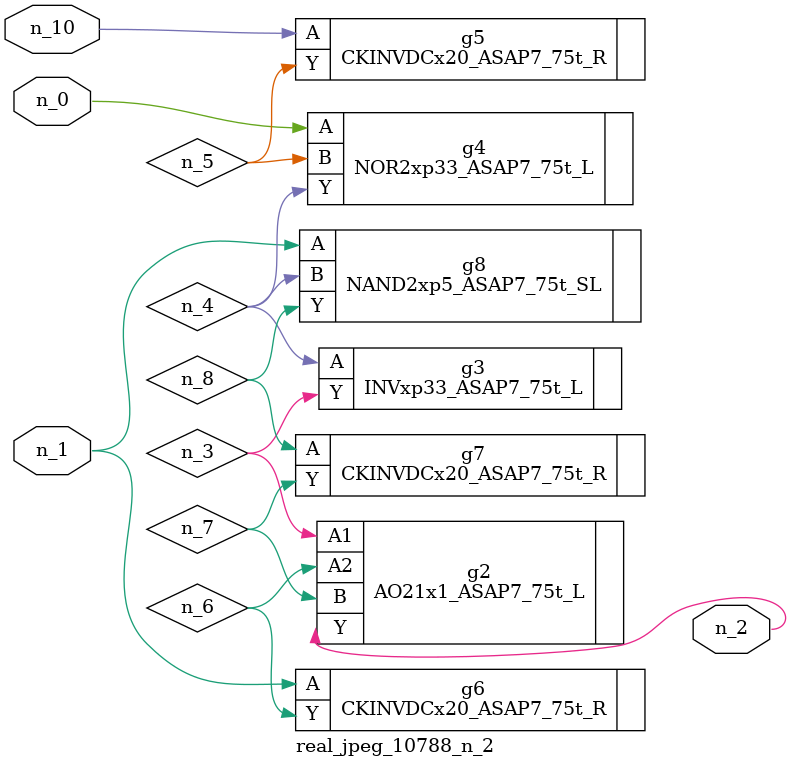
<source format=v>
module real_jpeg_10788_n_2 (n_1, n_10, n_0, n_2);

input n_1;
input n_10;
input n_0;

output n_2;

wire n_5;
wire n_4;
wire n_8;
wire n_6;
wire n_7;
wire n_3;

NOR2xp33_ASAP7_75t_L g4 ( 
.A(n_0),
.B(n_5),
.Y(n_4)
);

CKINVDCx20_ASAP7_75t_R g6 ( 
.A(n_1),
.Y(n_6)
);

NAND2xp5_ASAP7_75t_SL g8 ( 
.A(n_1),
.B(n_4),
.Y(n_8)
);

AO21x1_ASAP7_75t_L g2 ( 
.A1(n_3),
.A2(n_6),
.B(n_7),
.Y(n_2)
);

INVxp33_ASAP7_75t_L g3 ( 
.A(n_4),
.Y(n_3)
);

CKINVDCx20_ASAP7_75t_R g7 ( 
.A(n_8),
.Y(n_7)
);

CKINVDCx20_ASAP7_75t_R g5 ( 
.A(n_10),
.Y(n_5)
);


endmodule
</source>
